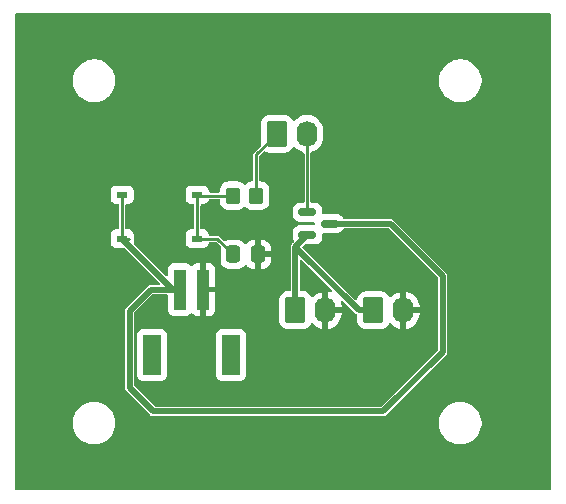
<source format=gbr>
G04 #@! TF.GenerationSoftware,KiCad,Pcbnew,8.0.0*
G04 #@! TF.CreationDate,2024-03-03T20:56:18-06:00*
G04 #@! TF.ProjectId,Haptic Feeback board,48617074-6963-4204-9665-656261636b20,rev?*
G04 #@! TF.SameCoordinates,Original*
G04 #@! TF.FileFunction,Copper,L1,Top*
G04 #@! TF.FilePolarity,Positive*
%FSLAX46Y46*%
G04 Gerber Fmt 4.6, Leading zero omitted, Abs format (unit mm)*
G04 Created by KiCad (PCBNEW 8.0.0) date 2024-03-03 20:56:18*
%MOMM*%
%LPD*%
G01*
G04 APERTURE LIST*
G04 Aperture macros list*
%AMRoundRect*
0 Rectangle with rounded corners*
0 $1 Rounding radius*
0 $2 $3 $4 $5 $6 $7 $8 $9 X,Y pos of 4 corners*
0 Add a 4 corners polygon primitive as box body*
4,1,4,$2,$3,$4,$5,$6,$7,$8,$9,$2,$3,0*
0 Add four circle primitives for the rounded corners*
1,1,$1+$1,$2,$3*
1,1,$1+$1,$4,$5*
1,1,$1+$1,$6,$7*
1,1,$1+$1,$8,$9*
0 Add four rect primitives between the rounded corners*
20,1,$1+$1,$2,$3,$4,$5,0*
20,1,$1+$1,$4,$5,$6,$7,0*
20,1,$1+$1,$6,$7,$8,$9,0*
20,1,$1+$1,$8,$9,$2,$3,0*%
G04 Aperture macros list end*
G04 #@! TA.AperFunction,SMDPad,CuDef*
%ADD10R,0.950500X0.558800*%
G04 #@! TD*
G04 #@! TA.AperFunction,SMDPad,CuDef*
%ADD11RoundRect,0.250000X-0.337500X-0.475000X0.337500X-0.475000X0.337500X0.475000X-0.337500X0.475000X0*%
G04 #@! TD*
G04 #@! TA.AperFunction,ComponentPad*
%ADD12RoundRect,0.250000X-0.620000X-0.845000X0.620000X-0.845000X0.620000X0.845000X-0.620000X0.845000X0*%
G04 #@! TD*
G04 #@! TA.AperFunction,ComponentPad*
%ADD13O,1.740000X2.190000*%
G04 #@! TD*
G04 #@! TA.AperFunction,SMDPad,CuDef*
%ADD14R,1.000000X3.500000*%
G04 #@! TD*
G04 #@! TA.AperFunction,SMDPad,CuDef*
%ADD15R,1.500000X3.400000*%
G04 #@! TD*
G04 #@! TA.AperFunction,SMDPad,CuDef*
%ADD16RoundRect,0.150000X-0.587500X-0.150000X0.587500X-0.150000X0.587500X0.150000X-0.587500X0.150000X0*%
G04 #@! TD*
G04 #@! TA.AperFunction,SMDPad,CuDef*
%ADD17RoundRect,0.250000X-0.350000X-0.450000X0.350000X-0.450000X0.350000X0.450000X-0.350000X0.450000X0*%
G04 #@! TD*
G04 #@! TA.AperFunction,ViaPad*
%ADD18C,0.800000*%
G04 #@! TD*
G04 #@! TA.AperFunction,Conductor*
%ADD19C,0.254000*%
G04 #@! TD*
G04 #@! TA.AperFunction,Conductor*
%ADD20C,0.508000*%
G04 #@! TD*
G04 #@! TA.AperFunction,Conductor*
%ADD21C,0.250000*%
G04 #@! TD*
G04 APERTURE END LIST*
D10*
G04 #@! TO.P,SW1,1,1*
G04 #@! TO.N,/BMS Power*
X127878302Y-92667602D03*
G04 #@! TO.P,SW1,2,2*
X127878302Y-96367600D03*
G04 #@! TO.P,SW1,3,3*
G04 #@! TO.N,Net-(C1-Pad1)*
X134239000Y-96367600D03*
G04 #@! TO.P,SW1,4,4*
X134239000Y-92667602D03*
G04 #@! TD*
D11*
G04 #@! TO.P,C1,1*
G04 #@! TO.N,Net-(C1-Pad1)*
X137290900Y-97713800D03*
G04 #@! TO.P,C1,2*
G04 #@! TO.N,GND*
X139365900Y-97713800D03*
G04 #@! TD*
D12*
G04 #@! TO.P,J2,1,Pin_1*
G04 #@! TO.N,/MCU*
X140995400Y-87497600D03*
D13*
G04 #@! TO.P,J2,2,Pin_2*
G04 #@! TO.N,/GPIO*
X143535400Y-87497600D03*
G04 #@! TD*
D14*
G04 #@! TO.P,J1,1,1*
G04 #@! TO.N,/BMS Power*
X132747000Y-100685600D03*
G04 #@! TO.P,J1,2,2*
G04 #@! TO.N,GND*
X134747000Y-100685600D03*
D15*
G04 #@! TO.P,J1,3*
G04 #@! TO.N,N/C*
X130397000Y-106235600D03*
G04 #@! TO.P,J1,4*
X137097000Y-106235600D03*
G04 #@! TD*
D12*
G04 #@! TO.P,M2,1,Pin_1*
G04 #@! TO.N,/Motor1*
X149148800Y-102438200D03*
D13*
G04 #@! TO.P,M2,2,Pin_2*
G04 #@! TO.N,GND*
X151688800Y-102438200D03*
G04 #@! TD*
D12*
G04 #@! TO.P,M1,1,Pin_1*
G04 #@! TO.N,/Motor1*
X142544800Y-102432800D03*
D13*
G04 #@! TO.P,M1,2,Pin_2*
G04 #@! TO.N,GND*
X145084800Y-102432800D03*
G04 #@! TD*
D16*
G04 #@! TO.P,Q1,1,G*
G04 #@! TO.N,/GPIO*
X143565400Y-94147600D03*
G04 #@! TO.P,Q1,2,S*
G04 #@! TO.N,/Motor1*
X143565400Y-96047600D03*
G04 #@! TO.P,Q1,3,D*
G04 #@! TO.N,/BMS Power*
X145440400Y-95097600D03*
G04 #@! TD*
D17*
G04 #@! TO.P,R1,1*
G04 #@! TO.N,Net-(C1-Pad1)*
X137242800Y-92735400D03*
G04 #@! TO.P,R1,2*
G04 #@! TO.N,/MCU*
X139242800Y-92735400D03*
G04 #@! TD*
D18*
G04 #@! TO.N,GND*
X132500000Y-88000000D03*
X140500000Y-107500000D03*
X141000000Y-95000000D03*
X152000000Y-88000000D03*
G04 #@! TD*
D19*
G04 #@! TO.N,Net-(C1-Pad1)*
X134239000Y-96367600D02*
X135944700Y-96367600D01*
X134239000Y-96367600D02*
X134239000Y-92667602D01*
X135944700Y-96367600D02*
X137290900Y-97713800D01*
X137242800Y-92735400D02*
X134306798Y-92735400D01*
X134306798Y-92735400D02*
X134239000Y-92667602D01*
D20*
G04 #@! TO.N,/BMS Power*
X130314400Y-100685600D02*
X128500000Y-102500000D01*
X132747000Y-100685600D02*
X132196302Y-100685600D01*
X128500000Y-102500000D02*
X128500000Y-109000000D01*
X150597600Y-95097600D02*
X145440400Y-95097600D01*
X132747000Y-100685600D02*
X130314400Y-100685600D01*
D21*
X127878302Y-96367600D02*
X128429000Y-96367600D01*
D20*
X128500000Y-109000000D02*
X130500000Y-111000000D01*
X155000000Y-99500000D02*
X150597600Y-95097600D01*
X150000000Y-111000000D02*
X155000000Y-106000000D01*
D21*
X127878302Y-96367600D02*
X127878302Y-92667602D01*
D20*
X130500000Y-111000000D02*
X150000000Y-111000000D01*
X132196302Y-100685600D02*
X127878302Y-96367600D01*
X155000000Y-106000000D02*
X155000000Y-99500000D01*
D21*
G04 #@! TO.N,/GPIO*
X143565400Y-87527600D02*
X143535400Y-87497600D01*
X143535400Y-94117600D02*
X143565400Y-94147600D01*
X143565400Y-94147600D02*
X143565400Y-87527600D01*
D20*
G04 #@! TO.N,/Motor1*
X149148800Y-102438200D02*
X147914800Y-102438200D01*
X142544800Y-97068200D02*
X142544800Y-102432800D01*
X143565400Y-96047600D02*
X142544800Y-97068200D01*
X147914800Y-102438200D02*
X142544800Y-97068200D01*
D19*
G04 #@! TO.N,/MCU*
X139242800Y-92735400D02*
X139242800Y-89250200D01*
X139242800Y-89250200D02*
X140995400Y-87497600D01*
G04 #@! TD*
G04 #@! TA.AperFunction,Conductor*
G04 #@! TO.N,GND*
G36*
X143131503Y-98194872D02*
G01*
X143137981Y-98200904D01*
X145637360Y-100700283D01*
X145670845Y-100761606D01*
X145665861Y-100831298D01*
X145623989Y-100887231D01*
X145558525Y-100911648D01*
X145511361Y-100905895D01*
X145405605Y-100871533D01*
X145334800Y-100860318D01*
X145334800Y-101890090D01*
X145314461Y-101878348D01*
X145163133Y-101837800D01*
X145006467Y-101837800D01*
X144855139Y-101878348D01*
X144834800Y-101890090D01*
X144834800Y-100860318D01*
X144834799Y-100860318D01*
X144763994Y-100871533D01*
X144558900Y-100938172D01*
X144366763Y-101036071D01*
X144192306Y-101162822D01*
X144050220Y-101304908D01*
X143988897Y-101338392D01*
X143919205Y-101333408D01*
X143863272Y-101291536D01*
X143850156Y-101269628D01*
X143849616Y-101268470D01*
X143849612Y-101268463D01*
X143757512Y-101119144D01*
X143633456Y-100995088D01*
X143537010Y-100935600D01*
X143484136Y-100902987D01*
X143484131Y-100902985D01*
X143482662Y-100902498D01*
X143317597Y-100847801D01*
X143317595Y-100847800D01*
X143214816Y-100837300D01*
X143214809Y-100837300D01*
X143050300Y-100837300D01*
X142983261Y-100817615D01*
X142937506Y-100764811D01*
X142926300Y-100713300D01*
X142926300Y-98288585D01*
X142945985Y-98221546D01*
X142998789Y-98175791D01*
X143067947Y-98165847D01*
X143131503Y-98194872D01*
G37*
G04 #@! TD.AperFunction*
G04 #@! TA.AperFunction,Conductor*
G36*
X164142539Y-77320185D02*
G01*
X164188294Y-77372989D01*
X164199500Y-77424500D01*
X164199500Y-117575500D01*
X164179815Y-117642539D01*
X164127011Y-117688294D01*
X164075500Y-117699500D01*
X118924500Y-117699500D01*
X118857461Y-117679815D01*
X118811706Y-117627011D01*
X118800500Y-117575500D01*
X118800500Y-112118004D01*
X123699500Y-112118004D01*
X123699501Y-112118020D01*
X123730306Y-112352010D01*
X123791394Y-112579993D01*
X123881714Y-112798045D01*
X123881719Y-112798056D01*
X123952677Y-112920957D01*
X123999727Y-113002450D01*
X123999729Y-113002453D01*
X123999730Y-113002454D01*
X124143406Y-113189697D01*
X124143412Y-113189704D01*
X124310295Y-113356587D01*
X124310301Y-113356592D01*
X124497550Y-113500273D01*
X124628918Y-113576118D01*
X124701943Y-113618280D01*
X124701948Y-113618282D01*
X124701951Y-113618284D01*
X124920007Y-113708606D01*
X125147986Y-113769693D01*
X125381989Y-113800500D01*
X125381996Y-113800500D01*
X125618004Y-113800500D01*
X125618011Y-113800500D01*
X125852014Y-113769693D01*
X126079993Y-113708606D01*
X126298049Y-113618284D01*
X126502450Y-113500273D01*
X126689699Y-113356592D01*
X126856592Y-113189699D01*
X127000273Y-113002450D01*
X127118284Y-112798049D01*
X127208606Y-112579993D01*
X127269693Y-112352014D01*
X127300500Y-112118011D01*
X127300500Y-112118004D01*
X154699500Y-112118004D01*
X154699501Y-112118020D01*
X154730306Y-112352010D01*
X154791394Y-112579993D01*
X154881714Y-112798045D01*
X154881719Y-112798056D01*
X154952677Y-112920957D01*
X154999727Y-113002450D01*
X154999729Y-113002453D01*
X154999730Y-113002454D01*
X155143406Y-113189697D01*
X155143412Y-113189704D01*
X155310295Y-113356587D01*
X155310301Y-113356592D01*
X155497550Y-113500273D01*
X155628918Y-113576118D01*
X155701943Y-113618280D01*
X155701948Y-113618282D01*
X155701951Y-113618284D01*
X155920007Y-113708606D01*
X156147986Y-113769693D01*
X156381989Y-113800500D01*
X156381996Y-113800500D01*
X156618004Y-113800500D01*
X156618011Y-113800500D01*
X156852014Y-113769693D01*
X157079993Y-113708606D01*
X157298049Y-113618284D01*
X157502450Y-113500273D01*
X157689699Y-113356592D01*
X157856592Y-113189699D01*
X158000273Y-113002450D01*
X158118284Y-112798049D01*
X158208606Y-112579993D01*
X158269693Y-112352014D01*
X158300500Y-112118011D01*
X158300500Y-111881989D01*
X158269693Y-111647986D01*
X158208606Y-111420007D01*
X158118284Y-111201951D01*
X158118282Y-111201948D01*
X158118280Y-111201943D01*
X158076118Y-111128918D01*
X158000273Y-110997550D01*
X157856592Y-110810301D01*
X157856587Y-110810295D01*
X157689704Y-110643412D01*
X157689697Y-110643406D01*
X157502454Y-110499730D01*
X157502453Y-110499729D01*
X157502450Y-110499727D01*
X157420957Y-110452677D01*
X157298056Y-110381719D01*
X157298045Y-110381714D01*
X157079993Y-110291394D01*
X156852010Y-110230306D01*
X156618020Y-110199501D01*
X156618017Y-110199500D01*
X156618011Y-110199500D01*
X156381989Y-110199500D01*
X156381983Y-110199500D01*
X156381979Y-110199501D01*
X156147989Y-110230306D01*
X155920006Y-110291394D01*
X155701954Y-110381714D01*
X155701943Y-110381719D01*
X155497545Y-110499730D01*
X155310302Y-110643406D01*
X155310295Y-110643412D01*
X155143412Y-110810295D01*
X155143406Y-110810302D01*
X154999730Y-110997545D01*
X154881719Y-111201943D01*
X154881714Y-111201954D01*
X154791394Y-111420006D01*
X154730306Y-111647989D01*
X154699501Y-111881979D01*
X154699500Y-111881995D01*
X154699500Y-112118004D01*
X127300500Y-112118004D01*
X127300500Y-111881989D01*
X127269693Y-111647986D01*
X127208606Y-111420007D01*
X127118284Y-111201951D01*
X127118282Y-111201948D01*
X127118280Y-111201943D01*
X127076118Y-111128918D01*
X127000273Y-110997550D01*
X126856592Y-110810301D01*
X126856587Y-110810295D01*
X126689704Y-110643412D01*
X126689697Y-110643406D01*
X126502454Y-110499730D01*
X126502453Y-110499729D01*
X126502450Y-110499727D01*
X126420957Y-110452677D01*
X126298056Y-110381719D01*
X126298045Y-110381714D01*
X126079993Y-110291394D01*
X125852010Y-110230306D01*
X125618020Y-110199501D01*
X125618017Y-110199500D01*
X125618011Y-110199500D01*
X125381989Y-110199500D01*
X125381983Y-110199500D01*
X125381979Y-110199501D01*
X125147989Y-110230306D01*
X124920006Y-110291394D01*
X124701954Y-110381714D01*
X124701943Y-110381719D01*
X124497545Y-110499730D01*
X124310302Y-110643406D01*
X124310295Y-110643412D01*
X124143412Y-110810295D01*
X124143406Y-110810302D01*
X123999730Y-110997545D01*
X123881719Y-111201943D01*
X123881714Y-111201954D01*
X123791394Y-111420006D01*
X123730306Y-111647989D01*
X123699501Y-111881979D01*
X123699500Y-111881995D01*
X123699500Y-112118004D01*
X118800500Y-112118004D01*
X118800500Y-96694870D01*
X126902552Y-96694870D01*
X126902553Y-96694876D01*
X126908960Y-96754483D01*
X126959254Y-96889328D01*
X126959258Y-96889335D01*
X127045504Y-97004544D01*
X127045507Y-97004547D01*
X127160716Y-97090793D01*
X127160723Y-97090797D01*
X127205670Y-97107561D01*
X127295569Y-97141091D01*
X127355179Y-97147500D01*
X128067316Y-97147499D01*
X128134355Y-97167183D01*
X128154997Y-97183818D01*
X131063598Y-100092419D01*
X131097083Y-100153742D01*
X131092099Y-100223434D01*
X131050227Y-100279367D01*
X130984763Y-100303784D01*
X130975917Y-100304100D01*
X130264175Y-100304100D01*
X130191403Y-100323599D01*
X130167145Y-100330099D01*
X130080154Y-100380323D01*
X130080151Y-100380325D01*
X128194725Y-102265751D01*
X128194723Y-102265754D01*
X128144499Y-102352745D01*
X128144499Y-102352746D01*
X128118500Y-102449775D01*
X128118500Y-109050225D01*
X128144499Y-109147254D01*
X128194724Y-109234247D01*
X130194724Y-111234247D01*
X130265753Y-111305276D01*
X130352746Y-111355501D01*
X130449775Y-111381500D01*
X130449778Y-111381500D01*
X150050222Y-111381500D01*
X150050225Y-111381500D01*
X150147254Y-111355501D01*
X150234247Y-111305276D01*
X150305276Y-111234247D01*
X155305276Y-106234247D01*
X155355502Y-106147253D01*
X155381501Y-106050225D01*
X155381501Y-105949775D01*
X155381501Y-105942180D01*
X155381500Y-105942162D01*
X155381500Y-99560227D01*
X155381501Y-99560214D01*
X155381501Y-99449777D01*
X155381501Y-99449775D01*
X155355502Y-99352747D01*
X155305276Y-99265753D01*
X150831847Y-94792324D01*
X150744854Y-94742099D01*
X150744855Y-94742099D01*
X150720596Y-94735599D01*
X150647825Y-94716100D01*
X150647822Y-94716100D01*
X146717462Y-94716100D01*
X146650423Y-94696415D01*
X146610730Y-94655220D01*
X146545985Y-94545740D01*
X146545976Y-94545729D01*
X146429770Y-94429523D01*
X146429762Y-94429517D01*
X146288296Y-94345855D01*
X146288293Y-94345854D01*
X146130473Y-94300002D01*
X146130467Y-94300001D01*
X146093601Y-94297100D01*
X146093594Y-94297100D01*
X144927400Y-94297100D01*
X144860361Y-94277415D01*
X144814606Y-94224611D01*
X144803400Y-94173100D01*
X144803400Y-93931913D01*
X144803399Y-93931898D01*
X144800498Y-93895032D01*
X144800497Y-93895026D01*
X144754645Y-93737206D01*
X144754644Y-93737203D01*
X144754644Y-93737202D01*
X144670981Y-93595735D01*
X144670979Y-93595733D01*
X144670976Y-93595729D01*
X144554770Y-93479523D01*
X144554762Y-93479517D01*
X144413296Y-93395855D01*
X144413293Y-93395854D01*
X144255473Y-93350002D01*
X144255467Y-93350001D01*
X144218601Y-93347100D01*
X144218594Y-93347100D01*
X143941900Y-93347100D01*
X143874861Y-93327415D01*
X143829106Y-93274611D01*
X143817900Y-93223100D01*
X143817900Y-89161930D01*
X143837585Y-89094891D01*
X143890389Y-89049136D01*
X143903574Y-89044001D01*
X144061489Y-88992692D01*
X144253699Y-88894757D01*
X144428221Y-88767959D01*
X144580759Y-88615421D01*
X144707557Y-88440899D01*
X144805492Y-88248689D01*
X144872154Y-88043526D01*
X144887152Y-87948830D01*
X144905900Y-87830466D01*
X144905900Y-87164733D01*
X144872154Y-86951677D01*
X144872154Y-86951674D01*
X144805492Y-86746511D01*
X144707557Y-86554301D01*
X144580759Y-86379779D01*
X144428221Y-86227241D01*
X144253699Y-86100443D01*
X144061489Y-86002508D01*
X143856326Y-85935846D01*
X143856324Y-85935845D01*
X143856322Y-85935845D01*
X143643266Y-85902100D01*
X143643261Y-85902100D01*
X143427539Y-85902100D01*
X143427534Y-85902100D01*
X143214477Y-85935845D01*
X143009308Y-86002509D01*
X142817100Y-86100443D01*
X142642580Y-86227240D01*
X142500595Y-86369225D01*
X142439272Y-86402709D01*
X142369580Y-86397725D01*
X142313647Y-86355853D01*
X142300532Y-86333948D01*
X142300215Y-86333269D01*
X142300214Y-86333268D01*
X142300214Y-86333266D01*
X142208112Y-86183944D01*
X142084056Y-86059888D01*
X141934734Y-85967786D01*
X141768197Y-85912601D01*
X141768195Y-85912600D01*
X141665410Y-85902100D01*
X140325398Y-85902100D01*
X140325381Y-85902101D01*
X140222603Y-85912600D01*
X140222600Y-85912601D01*
X140056068Y-85967785D01*
X140056063Y-85967787D01*
X139906742Y-86059889D01*
X139782689Y-86183942D01*
X139690587Y-86333263D01*
X139690586Y-86333266D01*
X139635401Y-86499803D01*
X139635401Y-86499804D01*
X139635400Y-86499804D01*
X139624900Y-86602583D01*
X139624900Y-88392601D01*
X139624902Y-88392621D01*
X139629624Y-88438852D01*
X139616854Y-88507545D01*
X139593947Y-88539133D01*
X139098637Y-89034445D01*
X139027044Y-89106037D01*
X139027042Y-89106039D01*
X138988301Y-89199573D01*
X138988300Y-89199578D01*
X138988300Y-91410900D01*
X138968615Y-91477939D01*
X138915811Y-91523694D01*
X138864305Y-91534900D01*
X138842801Y-91534900D01*
X138842780Y-91534901D01*
X138740003Y-91545400D01*
X138740000Y-91545401D01*
X138573468Y-91600585D01*
X138573463Y-91600587D01*
X138424142Y-91692689D01*
X138330481Y-91786351D01*
X138269158Y-91819836D01*
X138199466Y-91814852D01*
X138155119Y-91786351D01*
X138061457Y-91692689D01*
X138061456Y-91692688D01*
X137912134Y-91600586D01*
X137745597Y-91545401D01*
X137745595Y-91545400D01*
X137642810Y-91534900D01*
X136842798Y-91534900D01*
X136842780Y-91534901D01*
X136740003Y-91545400D01*
X136740000Y-91545401D01*
X136573468Y-91600585D01*
X136573463Y-91600587D01*
X136424142Y-91692689D01*
X136300089Y-91816742D01*
X136207987Y-91966063D01*
X136207986Y-91966066D01*
X136152801Y-92132603D01*
X136152801Y-92132604D01*
X136152800Y-92132604D01*
X136142300Y-92235383D01*
X136142300Y-92356900D01*
X136122615Y-92423939D01*
X136069811Y-92469694D01*
X136018300Y-92480900D01*
X135338749Y-92480900D01*
X135271710Y-92461215D01*
X135225955Y-92408411D01*
X135214749Y-92356900D01*
X135214749Y-92340331D01*
X135214748Y-92340325D01*
X135208341Y-92280718D01*
X135158047Y-92145873D01*
X135158043Y-92145866D01*
X135071797Y-92030657D01*
X135071794Y-92030654D01*
X134956585Y-91944408D01*
X134956578Y-91944404D01*
X134821732Y-91894110D01*
X134821733Y-91894110D01*
X134762133Y-91887703D01*
X134762131Y-91887702D01*
X134762123Y-91887702D01*
X134762114Y-91887702D01*
X133715879Y-91887702D01*
X133715873Y-91887703D01*
X133656266Y-91894110D01*
X133521421Y-91944404D01*
X133521414Y-91944408D01*
X133406205Y-92030654D01*
X133406202Y-92030657D01*
X133319956Y-92145866D01*
X133319952Y-92145873D01*
X133269660Y-92280715D01*
X133269659Y-92280719D01*
X133263250Y-92340329D01*
X133263250Y-92340336D01*
X133263250Y-92340337D01*
X133263250Y-92994872D01*
X133263251Y-92994878D01*
X133269658Y-93054485D01*
X133319952Y-93189330D01*
X133319956Y-93189337D01*
X133406202Y-93304546D01*
X133406205Y-93304549D01*
X133521414Y-93390795D01*
X133521421Y-93390799D01*
X133534980Y-93395856D01*
X133656267Y-93441093D01*
X133715877Y-93447502D01*
X133860500Y-93447501D01*
X133927539Y-93467185D01*
X133973294Y-93519989D01*
X133984500Y-93571501D01*
X133984500Y-95463700D01*
X133964815Y-95530739D01*
X133912011Y-95576494D01*
X133860501Y-95587700D01*
X133715880Y-95587700D01*
X133715873Y-95587701D01*
X133656266Y-95594108D01*
X133521421Y-95644402D01*
X133521414Y-95644406D01*
X133406205Y-95730652D01*
X133406202Y-95730655D01*
X133319956Y-95845864D01*
X133319952Y-95845871D01*
X133269660Y-95980713D01*
X133269659Y-95980717D01*
X133263250Y-96040327D01*
X133263250Y-96040334D01*
X133263250Y-96040335D01*
X133263250Y-96694870D01*
X133263251Y-96694876D01*
X133269658Y-96754483D01*
X133319952Y-96889328D01*
X133319956Y-96889335D01*
X133406202Y-97004544D01*
X133406205Y-97004547D01*
X133521414Y-97090793D01*
X133521421Y-97090797D01*
X133656267Y-97141091D01*
X133656266Y-97141091D01*
X133663194Y-97141835D01*
X133715877Y-97147500D01*
X134762122Y-97147499D01*
X134821733Y-97141091D01*
X134956581Y-97090796D01*
X135071796Y-97004546D01*
X135158046Y-96889331D01*
X135208341Y-96754483D01*
X135210668Y-96732843D01*
X135237407Y-96668292D01*
X135294800Y-96628445D01*
X135333957Y-96622100D01*
X135787920Y-96622100D01*
X135854959Y-96641785D01*
X135875601Y-96658419D01*
X136181664Y-96964482D01*
X136215149Y-97025805D01*
X136212350Y-97078851D01*
X136214818Y-97079380D01*
X136213401Y-97085996D01*
X136202900Y-97188783D01*
X136202900Y-98238801D01*
X136202901Y-98238819D01*
X136213400Y-98341596D01*
X136213401Y-98341599D01*
X136246672Y-98442003D01*
X136268586Y-98508134D01*
X136360688Y-98657456D01*
X136484744Y-98781512D01*
X136634066Y-98873614D01*
X136800603Y-98928799D01*
X136903391Y-98939300D01*
X137678408Y-98939299D01*
X137678416Y-98939298D01*
X137678419Y-98939298D01*
X137734702Y-98933548D01*
X137781197Y-98928799D01*
X137947734Y-98873614D01*
X138097056Y-98781512D01*
X138221112Y-98657456D01*
X138223152Y-98654147D01*
X138225145Y-98652355D01*
X138225593Y-98651789D01*
X138225689Y-98651865D01*
X138275094Y-98607423D01*
X138344056Y-98596195D01*
X138408140Y-98624034D01*
X138434229Y-98654139D01*
X138436081Y-98657141D01*
X138436083Y-98657144D01*
X138560054Y-98781115D01*
X138709275Y-98873156D01*
X138709280Y-98873158D01*
X138875702Y-98928305D01*
X138875709Y-98928306D01*
X138978419Y-98938799D01*
X139115899Y-98938799D01*
X139115900Y-98938798D01*
X139115900Y-97963800D01*
X139615900Y-97963800D01*
X139615900Y-98938799D01*
X139753372Y-98938799D01*
X139753386Y-98938798D01*
X139856097Y-98928305D01*
X140022519Y-98873158D01*
X140022524Y-98873156D01*
X140171745Y-98781115D01*
X140295715Y-98657145D01*
X140387756Y-98507924D01*
X140387758Y-98507919D01*
X140442905Y-98341497D01*
X140442906Y-98341490D01*
X140453399Y-98238786D01*
X140453400Y-98238773D01*
X140453400Y-97963800D01*
X139615900Y-97963800D01*
X139115900Y-97963800D01*
X139115900Y-96488800D01*
X139615900Y-96488800D01*
X139615900Y-97463800D01*
X140453399Y-97463800D01*
X140453399Y-97188828D01*
X140453398Y-97188813D01*
X140442905Y-97086102D01*
X140387758Y-96919680D01*
X140387756Y-96919675D01*
X140295715Y-96770454D01*
X140171745Y-96646484D01*
X140022524Y-96554443D01*
X140022519Y-96554441D01*
X139856097Y-96499294D01*
X139856090Y-96499293D01*
X139753386Y-96488800D01*
X139615900Y-96488800D01*
X139115900Y-96488800D01*
X138978427Y-96488800D01*
X138978412Y-96488801D01*
X138875702Y-96499294D01*
X138709280Y-96554441D01*
X138709275Y-96554443D01*
X138560054Y-96646484D01*
X138436083Y-96770455D01*
X138436079Y-96770460D01*
X138434226Y-96773465D01*
X138432418Y-96775090D01*
X138431602Y-96776123D01*
X138431425Y-96775983D01*
X138382274Y-96820185D01*
X138313311Y-96831401D01*
X138249231Y-96803552D01*
X138223153Y-96773453D01*
X138223137Y-96773428D01*
X138221112Y-96770144D01*
X138097056Y-96646088D01*
X137952778Y-96557097D01*
X137947736Y-96553987D01*
X137947731Y-96553985D01*
X137903215Y-96539234D01*
X137781197Y-96498801D01*
X137781195Y-96498800D01*
X137678410Y-96488300D01*
X136903398Y-96488300D01*
X136903380Y-96488301D01*
X136800603Y-96498800D01*
X136800600Y-96498801D01*
X136634066Y-96553986D01*
X136634061Y-96553988D01*
X136629021Y-96557097D01*
X136561627Y-96575532D01*
X136494965Y-96554603D01*
X136476252Y-96539234D01*
X136088860Y-96151842D01*
X135995326Y-96113101D01*
X135995324Y-96113100D01*
X135995323Y-96113100D01*
X135995321Y-96113100D01*
X135333957Y-96113100D01*
X135266918Y-96093415D01*
X135221163Y-96040611D01*
X135210667Y-96002354D01*
X135210456Y-96000397D01*
X135208341Y-95980717D01*
X135172548Y-95884752D01*
X135158047Y-95845871D01*
X135158043Y-95845864D01*
X135071797Y-95730655D01*
X135071794Y-95730652D01*
X134956585Y-95644406D01*
X134956578Y-95644402D01*
X134821732Y-95594108D01*
X134821733Y-95594108D01*
X134762133Y-95587701D01*
X134762131Y-95587700D01*
X134762123Y-95587700D01*
X134762115Y-95587700D01*
X134617500Y-95587700D01*
X134550461Y-95568015D01*
X134504706Y-95515211D01*
X134493500Y-95463700D01*
X134493500Y-93571501D01*
X134513185Y-93504462D01*
X134565989Y-93458707D01*
X134617500Y-93447501D01*
X134762121Y-93447501D01*
X134762122Y-93447501D01*
X134821733Y-93441093D01*
X134956581Y-93390798D01*
X135071796Y-93304548D01*
X135158046Y-93189333D01*
X135202343Y-93070567D01*
X135244214Y-93014633D01*
X135309678Y-92990216D01*
X135318525Y-92989900D01*
X136018301Y-92989900D01*
X136085340Y-93009585D01*
X136131095Y-93062389D01*
X136142301Y-93113900D01*
X136142301Y-93235418D01*
X136152800Y-93338196D01*
X136152801Y-93338199D01*
X136199632Y-93479523D01*
X136207986Y-93504734D01*
X136300088Y-93654056D01*
X136424144Y-93778112D01*
X136573466Y-93870214D01*
X136740003Y-93925399D01*
X136842791Y-93935900D01*
X137642808Y-93935899D01*
X137642816Y-93935898D01*
X137642819Y-93935898D01*
X137699102Y-93930148D01*
X137745597Y-93925399D01*
X137912134Y-93870214D01*
X138061456Y-93778112D01*
X138155119Y-93684449D01*
X138216442Y-93650964D01*
X138286134Y-93655948D01*
X138330481Y-93684449D01*
X138424144Y-93778112D01*
X138573466Y-93870214D01*
X138740003Y-93925399D01*
X138842791Y-93935900D01*
X139642808Y-93935899D01*
X139642816Y-93935898D01*
X139642819Y-93935898D01*
X139699102Y-93930148D01*
X139745597Y-93925399D01*
X139912134Y-93870214D01*
X140061456Y-93778112D01*
X140185512Y-93654056D01*
X140277614Y-93504734D01*
X140332799Y-93338197D01*
X140343300Y-93235409D01*
X140343299Y-92235392D01*
X140332799Y-92132603D01*
X140277614Y-91966066D01*
X140185512Y-91816744D01*
X140061456Y-91692688D01*
X139912134Y-91600586D01*
X139745597Y-91545401D01*
X139745595Y-91545400D01*
X139642816Y-91534900D01*
X139642809Y-91534900D01*
X139621300Y-91534900D01*
X139554261Y-91515215D01*
X139508506Y-91462411D01*
X139497300Y-91410900D01*
X139497300Y-89406979D01*
X139516985Y-89339940D01*
X139533615Y-89319302D01*
X139844134Y-89008782D01*
X139905455Y-88975299D01*
X139975146Y-88980283D01*
X139996908Y-88990925D01*
X140056066Y-89027414D01*
X140222603Y-89082599D01*
X140325391Y-89093100D01*
X141665408Y-89093099D01*
X141768197Y-89082599D01*
X141934734Y-89027414D01*
X142084056Y-88935312D01*
X142208112Y-88811256D01*
X142300214Y-88661934D01*
X142300217Y-88661922D01*
X142300529Y-88661257D01*
X142300869Y-88660869D01*
X142304005Y-88655787D01*
X142304873Y-88656322D01*
X142346699Y-88608816D01*
X142413891Y-88589660D01*
X142480773Y-88609872D01*
X142500595Y-88625975D01*
X142642579Y-88767959D01*
X142817101Y-88894757D01*
X143009311Y-88992692D01*
X143214474Y-89059354D01*
X143214483Y-89059355D01*
X143217843Y-89060162D01*
X143218991Y-89060821D01*
X143219107Y-89060859D01*
X143219099Y-89060883D01*
X143278436Y-89094951D01*
X143310602Y-89156976D01*
X143312900Y-89180737D01*
X143312900Y-93223100D01*
X143293215Y-93290139D01*
X143240411Y-93335894D01*
X143188900Y-93347100D01*
X142912198Y-93347100D01*
X142875332Y-93350001D01*
X142875326Y-93350002D01*
X142717506Y-93395854D01*
X142717503Y-93395855D01*
X142576037Y-93479517D01*
X142576029Y-93479523D01*
X142459823Y-93595729D01*
X142459817Y-93595737D01*
X142376155Y-93737203D01*
X142376154Y-93737206D01*
X142330302Y-93895026D01*
X142330301Y-93895032D01*
X142327400Y-93931898D01*
X142327400Y-94363301D01*
X142330301Y-94400167D01*
X142330302Y-94400173D01*
X142376154Y-94557993D01*
X142376155Y-94557996D01*
X142459817Y-94699462D01*
X142459823Y-94699470D01*
X142576029Y-94815676D01*
X142576033Y-94815679D01*
X142576035Y-94815681D01*
X142717502Y-94899344D01*
X142759124Y-94911436D01*
X142875326Y-94945197D01*
X142875329Y-94945197D01*
X142875331Y-94945198D01*
X142912206Y-94948100D01*
X144078400Y-94948100D01*
X144145439Y-94967785D01*
X144191194Y-95020589D01*
X144202400Y-95072100D01*
X144202400Y-95123100D01*
X144182715Y-95190139D01*
X144129911Y-95235894D01*
X144078400Y-95247100D01*
X142912198Y-95247100D01*
X142875332Y-95250001D01*
X142875326Y-95250002D01*
X142717506Y-95295854D01*
X142717503Y-95295855D01*
X142576037Y-95379517D01*
X142576029Y-95379523D01*
X142459823Y-95495729D01*
X142459817Y-95495737D01*
X142376155Y-95637203D01*
X142376154Y-95637206D01*
X142330302Y-95795026D01*
X142330301Y-95795032D01*
X142327400Y-95831898D01*
X142327400Y-96263301D01*
X142330301Y-96300167D01*
X142330302Y-96300173D01*
X142376154Y-96457993D01*
X142376154Y-96457994D01*
X142376155Y-96457996D01*
X142376156Y-96457998D01*
X142394077Y-96488301D01*
X142416132Y-96525594D01*
X142433314Y-96593318D01*
X142411154Y-96659580D01*
X142397081Y-96676395D01*
X142310553Y-96762923D01*
X142293113Y-96780364D01*
X142293111Y-96780364D01*
X142293112Y-96780365D01*
X142239522Y-96833954D01*
X142189299Y-96920945D01*
X142189299Y-96920946D01*
X142163300Y-97017975D01*
X142163300Y-97017977D01*
X142163300Y-100713300D01*
X142143615Y-100780339D01*
X142090811Y-100826094D01*
X142039301Y-100837300D01*
X141874799Y-100837300D01*
X141874780Y-100837301D01*
X141772003Y-100847800D01*
X141772000Y-100847801D01*
X141605468Y-100902985D01*
X141605463Y-100902987D01*
X141456142Y-100995089D01*
X141332089Y-101119142D01*
X141239987Y-101268463D01*
X141239985Y-101268468D01*
X141232341Y-101291536D01*
X141184801Y-101435003D01*
X141184801Y-101435004D01*
X141184800Y-101435004D01*
X141174300Y-101537783D01*
X141174300Y-103327801D01*
X141174301Y-103327818D01*
X141184800Y-103430596D01*
X141184801Y-103430599D01*
X141222574Y-103544588D01*
X141239986Y-103597134D01*
X141332088Y-103746456D01*
X141456144Y-103870512D01*
X141605466Y-103962614D01*
X141772003Y-104017799D01*
X141874791Y-104028300D01*
X143214808Y-104028299D01*
X143317597Y-104017799D01*
X143484134Y-103962614D01*
X143633456Y-103870512D01*
X143757512Y-103746456D01*
X143849614Y-103597134D01*
X143849617Y-103597123D01*
X143850153Y-103595977D01*
X143850734Y-103595316D01*
X143853405Y-103590987D01*
X143854144Y-103591443D01*
X143896321Y-103543534D01*
X143963513Y-103524377D01*
X144030396Y-103544588D01*
X144050220Y-103560692D01*
X144192302Y-103702774D01*
X144366763Y-103829528D01*
X144558898Y-103927427D01*
X144763990Y-103994066D01*
X144834800Y-104005281D01*
X144834800Y-102975509D01*
X144855139Y-102987252D01*
X145006467Y-103027800D01*
X145163133Y-103027800D01*
X145314461Y-102987252D01*
X145334800Y-102975509D01*
X145334800Y-104005280D01*
X145405609Y-103994066D01*
X145610701Y-103927427D01*
X145802836Y-103829528D01*
X145977296Y-103702774D01*
X145977297Y-103702774D01*
X146129774Y-103550297D01*
X146129774Y-103550296D01*
X146256528Y-103375836D01*
X146354427Y-103183701D01*
X146421065Y-102978609D01*
X146454800Y-102765620D01*
X146454800Y-102682800D01*
X145627509Y-102682800D01*
X145639252Y-102662461D01*
X145679800Y-102511133D01*
X145679800Y-102354467D01*
X145639252Y-102203139D01*
X145627509Y-102182800D01*
X146454800Y-102182800D01*
X146454800Y-102099979D01*
X146421065Y-101886990D01*
X146386705Y-101781240D01*
X146384710Y-101711399D01*
X146420790Y-101651566D01*
X146483491Y-101620737D01*
X146552905Y-101628701D01*
X146592317Y-101655240D01*
X147680553Y-102743476D01*
X147716301Y-102764115D01*
X147764515Y-102814680D01*
X147778300Y-102871501D01*
X147778300Y-103333201D01*
X147778301Y-103333219D01*
X147788800Y-103435996D01*
X147788801Y-103435999D01*
X147826574Y-103549988D01*
X147843986Y-103602534D01*
X147936088Y-103751856D01*
X148060144Y-103875912D01*
X148209466Y-103968014D01*
X148376003Y-104023199D01*
X148478791Y-104033700D01*
X149818808Y-104033699D01*
X149921597Y-104023199D01*
X150088134Y-103968014D01*
X150237456Y-103875912D01*
X150361512Y-103751856D01*
X150453614Y-103602534D01*
X150453617Y-103602523D01*
X150454153Y-103601377D01*
X150454734Y-103600716D01*
X150457405Y-103596387D01*
X150458144Y-103596843D01*
X150500321Y-103548934D01*
X150567513Y-103529777D01*
X150634396Y-103549988D01*
X150654220Y-103566092D01*
X150796302Y-103708174D01*
X150970763Y-103834928D01*
X151162898Y-103932827D01*
X151367990Y-103999466D01*
X151438800Y-104010681D01*
X151438800Y-102980909D01*
X151459139Y-102992652D01*
X151610467Y-103033200D01*
X151767133Y-103033200D01*
X151918461Y-102992652D01*
X151938800Y-102980909D01*
X151938800Y-104010680D01*
X152009609Y-103999466D01*
X152214701Y-103932827D01*
X152406836Y-103834928D01*
X152581296Y-103708174D01*
X152581297Y-103708174D01*
X152733774Y-103555697D01*
X152733774Y-103555696D01*
X152860528Y-103381236D01*
X152958427Y-103189101D01*
X153025065Y-102984009D01*
X153058800Y-102771020D01*
X153058800Y-102688200D01*
X152231509Y-102688200D01*
X152243252Y-102667861D01*
X152283800Y-102516533D01*
X152283800Y-102359867D01*
X152243252Y-102208539D01*
X152231509Y-102188200D01*
X153058800Y-102188200D01*
X153058800Y-102105379D01*
X153025065Y-101892390D01*
X152958427Y-101687298D01*
X152860528Y-101495163D01*
X152733774Y-101320703D01*
X152733774Y-101320702D01*
X152581297Y-101168225D01*
X152406836Y-101041471D01*
X152214699Y-100943572D01*
X152009605Y-100876933D01*
X151938800Y-100865718D01*
X151938800Y-101895490D01*
X151918461Y-101883748D01*
X151767133Y-101843200D01*
X151610467Y-101843200D01*
X151459139Y-101883748D01*
X151438800Y-101895490D01*
X151438800Y-100865718D01*
X151438799Y-100865718D01*
X151367994Y-100876933D01*
X151162900Y-100943572D01*
X150970763Y-101041471D01*
X150796306Y-101168222D01*
X150654220Y-101310308D01*
X150592897Y-101343792D01*
X150523205Y-101338808D01*
X150467272Y-101296936D01*
X150454156Y-101275028D01*
X150453616Y-101273870D01*
X150451000Y-101269628D01*
X150361512Y-101124544D01*
X150237456Y-101000488D01*
X150088134Y-100908386D01*
X149921597Y-100853201D01*
X149921595Y-100853200D01*
X149818810Y-100842700D01*
X148478798Y-100842700D01*
X148478781Y-100842701D01*
X148376003Y-100853200D01*
X148376000Y-100853201D01*
X148209468Y-100908385D01*
X148209463Y-100908387D01*
X148060142Y-101000489D01*
X147936089Y-101124542D01*
X147843987Y-101273863D01*
X147843985Y-101273868D01*
X147831910Y-101310308D01*
X147788801Y-101440403D01*
X147788801Y-101440404D01*
X147788800Y-101440404D01*
X147784522Y-101482283D01*
X147758125Y-101546974D01*
X147700944Y-101587125D01*
X147631133Y-101589987D01*
X147573483Y-101557360D01*
X143172003Y-97155880D01*
X143138518Y-97094557D01*
X143143502Y-97024865D01*
X143172000Y-96980521D01*
X143268106Y-96884417D01*
X143329430Y-96850933D01*
X143355786Y-96848100D01*
X144218586Y-96848100D01*
X144218594Y-96848100D01*
X144255469Y-96845198D01*
X144255471Y-96845197D01*
X144255473Y-96845197D01*
X144341563Y-96820185D01*
X144413298Y-96799344D01*
X144554765Y-96715681D01*
X144670981Y-96599465D01*
X144754644Y-96457998D01*
X144800498Y-96300169D01*
X144803400Y-96263294D01*
X144803400Y-96022100D01*
X144823085Y-95955061D01*
X144875889Y-95909306D01*
X144927400Y-95898100D01*
X146093586Y-95898100D01*
X146093594Y-95898100D01*
X146130469Y-95895198D01*
X146130471Y-95895197D01*
X146130473Y-95895197D01*
X146172091Y-95883105D01*
X146288298Y-95849344D01*
X146429765Y-95765681D01*
X146545981Y-95649465D01*
X146548976Y-95644402D01*
X146610730Y-95539980D01*
X146661798Y-95492296D01*
X146717462Y-95479100D01*
X150388215Y-95479100D01*
X150455254Y-95498785D01*
X150475896Y-95515419D01*
X154582181Y-99621704D01*
X154615666Y-99683027D01*
X154618500Y-99709385D01*
X154618500Y-105790615D01*
X154598815Y-105857654D01*
X154582181Y-105878296D01*
X149878296Y-110582181D01*
X149816973Y-110615666D01*
X149790615Y-110618500D01*
X130709385Y-110618500D01*
X130642346Y-110598815D01*
X130621704Y-110582181D01*
X128917819Y-108878296D01*
X128884334Y-108816973D01*
X128881500Y-108790615D01*
X128881500Y-107983470D01*
X129146500Y-107983470D01*
X129146501Y-107983476D01*
X129152908Y-108043083D01*
X129203202Y-108177928D01*
X129203206Y-108177935D01*
X129289452Y-108293144D01*
X129289455Y-108293147D01*
X129404664Y-108379393D01*
X129404671Y-108379397D01*
X129539517Y-108429691D01*
X129539516Y-108429691D01*
X129546444Y-108430435D01*
X129599127Y-108436100D01*
X131194872Y-108436099D01*
X131254483Y-108429691D01*
X131389331Y-108379396D01*
X131504546Y-108293146D01*
X131590796Y-108177931D01*
X131641091Y-108043083D01*
X131647500Y-107983473D01*
X131647500Y-107983470D01*
X135846500Y-107983470D01*
X135846501Y-107983476D01*
X135852908Y-108043083D01*
X135903202Y-108177928D01*
X135903206Y-108177935D01*
X135989452Y-108293144D01*
X135989455Y-108293147D01*
X136104664Y-108379393D01*
X136104671Y-108379397D01*
X136239517Y-108429691D01*
X136239516Y-108429691D01*
X136246444Y-108430435D01*
X136299127Y-108436100D01*
X137894872Y-108436099D01*
X137954483Y-108429691D01*
X138089331Y-108379396D01*
X138204546Y-108293146D01*
X138290796Y-108177931D01*
X138341091Y-108043083D01*
X138347500Y-107983473D01*
X138347499Y-104487728D01*
X138341091Y-104428117D01*
X138290796Y-104293269D01*
X138290795Y-104293268D01*
X138290793Y-104293264D01*
X138204547Y-104178055D01*
X138204544Y-104178052D01*
X138089335Y-104091806D01*
X138089328Y-104091802D01*
X137954482Y-104041508D01*
X137954483Y-104041508D01*
X137894883Y-104035101D01*
X137894881Y-104035100D01*
X137894873Y-104035100D01*
X137894864Y-104035100D01*
X136299129Y-104035100D01*
X136299123Y-104035101D01*
X136239516Y-104041508D01*
X136104671Y-104091802D01*
X136104664Y-104091806D01*
X135989455Y-104178052D01*
X135989452Y-104178055D01*
X135903206Y-104293264D01*
X135903202Y-104293271D01*
X135852908Y-104428117D01*
X135846501Y-104487716D01*
X135846501Y-104487723D01*
X135846500Y-104487735D01*
X135846500Y-107983470D01*
X131647500Y-107983470D01*
X131647499Y-104487728D01*
X131641091Y-104428117D01*
X131590796Y-104293269D01*
X131590795Y-104293268D01*
X131590793Y-104293264D01*
X131504547Y-104178055D01*
X131504544Y-104178052D01*
X131389335Y-104091806D01*
X131389328Y-104091802D01*
X131254482Y-104041508D01*
X131254483Y-104041508D01*
X131194883Y-104035101D01*
X131194881Y-104035100D01*
X131194873Y-104035100D01*
X131194864Y-104035100D01*
X129599129Y-104035100D01*
X129599123Y-104035101D01*
X129539516Y-104041508D01*
X129404671Y-104091802D01*
X129404664Y-104091806D01*
X129289455Y-104178052D01*
X129289452Y-104178055D01*
X129203206Y-104293264D01*
X129203202Y-104293271D01*
X129152908Y-104428117D01*
X129146501Y-104487716D01*
X129146501Y-104487723D01*
X129146500Y-104487735D01*
X129146500Y-107983470D01*
X128881500Y-107983470D01*
X128881500Y-102709385D01*
X128901185Y-102642346D01*
X128917819Y-102621704D01*
X130436104Y-101103419D01*
X130497427Y-101069934D01*
X130523785Y-101067100D01*
X131622501Y-101067100D01*
X131689540Y-101086785D01*
X131735295Y-101139589D01*
X131746501Y-101191100D01*
X131746501Y-102483476D01*
X131752908Y-102543083D01*
X131803202Y-102677928D01*
X131803206Y-102677935D01*
X131889452Y-102793144D01*
X131889455Y-102793147D01*
X132004664Y-102879393D01*
X132004671Y-102879397D01*
X132139517Y-102929691D01*
X132139516Y-102929691D01*
X132146444Y-102930435D01*
X132199127Y-102936100D01*
X133294872Y-102936099D01*
X133354483Y-102929691D01*
X133489331Y-102879396D01*
X133604546Y-102793146D01*
X133648046Y-102735036D01*
X133703979Y-102693167D01*
X133773671Y-102688183D01*
X133834994Y-102721668D01*
X133846578Y-102735038D01*
X133889809Y-102792787D01*
X133889812Y-102792790D01*
X134004906Y-102878950D01*
X134004913Y-102878954D01*
X134139620Y-102929196D01*
X134139627Y-102929198D01*
X134199155Y-102935599D01*
X134199172Y-102935600D01*
X134497000Y-102935600D01*
X134497000Y-100935600D01*
X134997000Y-100935600D01*
X134997000Y-102935600D01*
X135294828Y-102935600D01*
X135294844Y-102935599D01*
X135354372Y-102929198D01*
X135354379Y-102929196D01*
X135489086Y-102878954D01*
X135489093Y-102878950D01*
X135604187Y-102792790D01*
X135604190Y-102792787D01*
X135690350Y-102677693D01*
X135690354Y-102677686D01*
X135740596Y-102542979D01*
X135740598Y-102542972D01*
X135746999Y-102483444D01*
X135747000Y-102483427D01*
X135747000Y-100935600D01*
X134997000Y-100935600D01*
X134497000Y-100935600D01*
X134497000Y-98435600D01*
X134997000Y-98435600D01*
X134997000Y-100435600D01*
X135747000Y-100435600D01*
X135747000Y-98887772D01*
X135746999Y-98887755D01*
X135740598Y-98828227D01*
X135740596Y-98828220D01*
X135690354Y-98693513D01*
X135690350Y-98693506D01*
X135604190Y-98578412D01*
X135604187Y-98578409D01*
X135489093Y-98492249D01*
X135489086Y-98492245D01*
X135354379Y-98442003D01*
X135354372Y-98442001D01*
X135294844Y-98435600D01*
X134997000Y-98435600D01*
X134497000Y-98435600D01*
X134199155Y-98435600D01*
X134139627Y-98442001D01*
X134139620Y-98442003D01*
X134004913Y-98492245D01*
X134004906Y-98492249D01*
X133889812Y-98578409D01*
X133846578Y-98636162D01*
X133790644Y-98678032D01*
X133720952Y-98683016D01*
X133659629Y-98649530D01*
X133648046Y-98636162D01*
X133604814Y-98578412D01*
X133604546Y-98578054D01*
X133604544Y-98578053D01*
X133604544Y-98578052D01*
X133489335Y-98491806D01*
X133489328Y-98491802D01*
X133354482Y-98441508D01*
X133354483Y-98441508D01*
X133294883Y-98435101D01*
X133294881Y-98435100D01*
X133294873Y-98435100D01*
X133294864Y-98435100D01*
X132199129Y-98435100D01*
X132199123Y-98435101D01*
X132139516Y-98441508D01*
X132004671Y-98491802D01*
X132004664Y-98491806D01*
X131889455Y-98578052D01*
X131889452Y-98578055D01*
X131803206Y-98693264D01*
X131803202Y-98693271D01*
X131752908Y-98828117D01*
X131746501Y-98887716D01*
X131746500Y-98887735D01*
X131746500Y-99396913D01*
X131726815Y-99463952D01*
X131674011Y-99509707D01*
X131604853Y-99519651D01*
X131541297Y-99490626D01*
X131534819Y-99484594D01*
X128885425Y-96835200D01*
X128851940Y-96773877D01*
X128849816Y-96734269D01*
X128854052Y-96694873D01*
X128854051Y-96040328D01*
X128847643Y-95980717D01*
X128821008Y-95909306D01*
X128797349Y-95845871D01*
X128797345Y-95845864D01*
X128711099Y-95730655D01*
X128711096Y-95730652D01*
X128595887Y-95644406D01*
X128595880Y-95644402D01*
X128461034Y-95594108D01*
X128461035Y-95594108D01*
X128401435Y-95587701D01*
X128401433Y-95587700D01*
X128401425Y-95587700D01*
X128401417Y-95587700D01*
X128254802Y-95587700D01*
X128187763Y-95568015D01*
X128142008Y-95515211D01*
X128130802Y-95463700D01*
X128130802Y-93571501D01*
X128150487Y-93504462D01*
X128203291Y-93458707D01*
X128254802Y-93447501D01*
X128401423Y-93447501D01*
X128401424Y-93447501D01*
X128461035Y-93441093D01*
X128595883Y-93390798D01*
X128711098Y-93304548D01*
X128797348Y-93189333D01*
X128847643Y-93054485D01*
X128854052Y-92994875D01*
X128854051Y-92340330D01*
X128847643Y-92280719D01*
X128830739Y-92235398D01*
X128797349Y-92145873D01*
X128797345Y-92145866D01*
X128711099Y-92030657D01*
X128711096Y-92030654D01*
X128595887Y-91944408D01*
X128595880Y-91944404D01*
X128461034Y-91894110D01*
X128461035Y-91894110D01*
X128401435Y-91887703D01*
X128401433Y-91887702D01*
X128401425Y-91887702D01*
X128401416Y-91887702D01*
X127355181Y-91887702D01*
X127355175Y-91887703D01*
X127295568Y-91894110D01*
X127160723Y-91944404D01*
X127160716Y-91944408D01*
X127045507Y-92030654D01*
X127045504Y-92030657D01*
X126959258Y-92145866D01*
X126959254Y-92145873D01*
X126908962Y-92280715D01*
X126908961Y-92280719D01*
X126902552Y-92340329D01*
X126902552Y-92340336D01*
X126902552Y-92340337D01*
X126902552Y-92994872D01*
X126902553Y-92994878D01*
X126908960Y-93054485D01*
X126959254Y-93189330D01*
X126959258Y-93189337D01*
X127045504Y-93304546D01*
X127045507Y-93304549D01*
X127160716Y-93390795D01*
X127160723Y-93390799D01*
X127174282Y-93395856D01*
X127295569Y-93441093D01*
X127355179Y-93447502D01*
X127501802Y-93447501D01*
X127568841Y-93467185D01*
X127614596Y-93519989D01*
X127625802Y-93571501D01*
X127625802Y-95463700D01*
X127606117Y-95530739D01*
X127553313Y-95576494D01*
X127501803Y-95587700D01*
X127355182Y-95587700D01*
X127355175Y-95587701D01*
X127295568Y-95594108D01*
X127160723Y-95644402D01*
X127160716Y-95644406D01*
X127045507Y-95730652D01*
X127045504Y-95730655D01*
X126959258Y-95845864D01*
X126959254Y-95845871D01*
X126908962Y-95980713D01*
X126908961Y-95980717D01*
X126902552Y-96040327D01*
X126902552Y-96040334D01*
X126902552Y-96040335D01*
X126902552Y-96694870D01*
X118800500Y-96694870D01*
X118800500Y-83118004D01*
X123699500Y-83118004D01*
X123699501Y-83118020D01*
X123730306Y-83352010D01*
X123791394Y-83579993D01*
X123881714Y-83798045D01*
X123881719Y-83798056D01*
X123952677Y-83920957D01*
X123999727Y-84002450D01*
X123999729Y-84002453D01*
X123999730Y-84002454D01*
X124143406Y-84189697D01*
X124143412Y-84189704D01*
X124310295Y-84356587D01*
X124310301Y-84356592D01*
X124497550Y-84500273D01*
X124628918Y-84576118D01*
X124701943Y-84618280D01*
X124701948Y-84618282D01*
X124701951Y-84618284D01*
X124920007Y-84708606D01*
X125147986Y-84769693D01*
X125381989Y-84800500D01*
X125381996Y-84800500D01*
X125618004Y-84800500D01*
X125618011Y-84800500D01*
X125852014Y-84769693D01*
X126079993Y-84708606D01*
X126298049Y-84618284D01*
X126502450Y-84500273D01*
X126689699Y-84356592D01*
X126856592Y-84189699D01*
X127000273Y-84002450D01*
X127118284Y-83798049D01*
X127208606Y-83579993D01*
X127269693Y-83352014D01*
X127300500Y-83118011D01*
X127300500Y-83118004D01*
X154699500Y-83118004D01*
X154699501Y-83118020D01*
X154730306Y-83352010D01*
X154791394Y-83579993D01*
X154881714Y-83798045D01*
X154881719Y-83798056D01*
X154952677Y-83920957D01*
X154999727Y-84002450D01*
X154999729Y-84002453D01*
X154999730Y-84002454D01*
X155143406Y-84189697D01*
X155143412Y-84189704D01*
X155310295Y-84356587D01*
X155310301Y-84356592D01*
X155497550Y-84500273D01*
X155628918Y-84576118D01*
X155701943Y-84618280D01*
X155701948Y-84618282D01*
X155701951Y-84618284D01*
X155920007Y-84708606D01*
X156147986Y-84769693D01*
X156381989Y-84800500D01*
X156381996Y-84800500D01*
X156618004Y-84800500D01*
X156618011Y-84800500D01*
X156852014Y-84769693D01*
X157079993Y-84708606D01*
X157298049Y-84618284D01*
X157502450Y-84500273D01*
X157689699Y-84356592D01*
X157856592Y-84189699D01*
X158000273Y-84002450D01*
X158118284Y-83798049D01*
X158208606Y-83579993D01*
X158269693Y-83352014D01*
X158300500Y-83118011D01*
X158300500Y-82881989D01*
X158269693Y-82647986D01*
X158208606Y-82420007D01*
X158118284Y-82201951D01*
X158118282Y-82201948D01*
X158118280Y-82201943D01*
X158076118Y-82128918D01*
X158000273Y-81997550D01*
X157856592Y-81810301D01*
X157856587Y-81810295D01*
X157689704Y-81643412D01*
X157689697Y-81643406D01*
X157502454Y-81499730D01*
X157502453Y-81499729D01*
X157502450Y-81499727D01*
X157420957Y-81452677D01*
X157298056Y-81381719D01*
X157298045Y-81381714D01*
X157079993Y-81291394D01*
X156852010Y-81230306D01*
X156618020Y-81199501D01*
X156618017Y-81199500D01*
X156618011Y-81199500D01*
X156381989Y-81199500D01*
X156381983Y-81199500D01*
X156381979Y-81199501D01*
X156147989Y-81230306D01*
X155920006Y-81291394D01*
X155701954Y-81381714D01*
X155701943Y-81381719D01*
X155497545Y-81499730D01*
X155310302Y-81643406D01*
X155310295Y-81643412D01*
X155143412Y-81810295D01*
X155143406Y-81810302D01*
X154999730Y-81997545D01*
X154881719Y-82201943D01*
X154881714Y-82201954D01*
X154791394Y-82420006D01*
X154730306Y-82647989D01*
X154699501Y-82881979D01*
X154699500Y-82881995D01*
X154699500Y-83118004D01*
X127300500Y-83118004D01*
X127300500Y-82881989D01*
X127269693Y-82647986D01*
X127208606Y-82420007D01*
X127118284Y-82201951D01*
X127118282Y-82201948D01*
X127118280Y-82201943D01*
X127076118Y-82128918D01*
X127000273Y-81997550D01*
X126856592Y-81810301D01*
X126856587Y-81810295D01*
X126689704Y-81643412D01*
X126689697Y-81643406D01*
X126502454Y-81499730D01*
X126502453Y-81499729D01*
X126502450Y-81499727D01*
X126420957Y-81452677D01*
X126298056Y-81381719D01*
X126298045Y-81381714D01*
X126079993Y-81291394D01*
X125852010Y-81230306D01*
X125618020Y-81199501D01*
X125618017Y-81199500D01*
X125618011Y-81199500D01*
X125381989Y-81199500D01*
X125381983Y-81199500D01*
X125381979Y-81199501D01*
X125147989Y-81230306D01*
X124920006Y-81291394D01*
X124701954Y-81381714D01*
X124701943Y-81381719D01*
X124497545Y-81499730D01*
X124310302Y-81643406D01*
X124310295Y-81643412D01*
X124143412Y-81810295D01*
X124143406Y-81810302D01*
X123999730Y-81997545D01*
X123881719Y-82201943D01*
X123881714Y-82201954D01*
X123791394Y-82420006D01*
X123730306Y-82647989D01*
X123699501Y-82881979D01*
X123699500Y-82881995D01*
X123699500Y-83118004D01*
X118800500Y-83118004D01*
X118800500Y-77424500D01*
X118820185Y-77357461D01*
X118872989Y-77311706D01*
X118924500Y-77300500D01*
X164075500Y-77300500D01*
X164142539Y-77320185D01*
G37*
G04 #@! TD.AperFunction*
G04 #@! TD*
M02*

</source>
